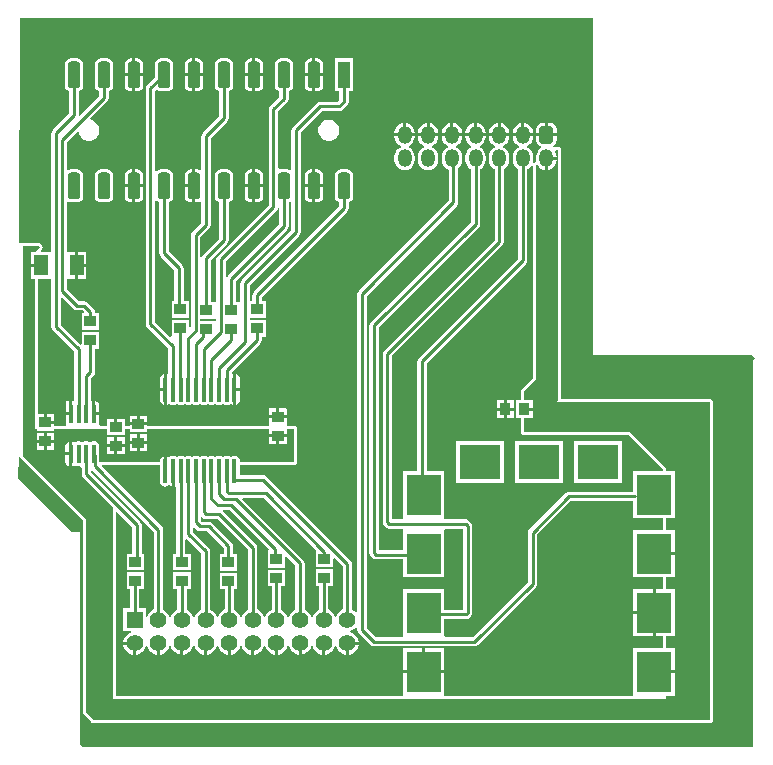
<source format=gbl>
G04*
G04 #@! TF.GenerationSoftware,Altium Limited,Altium Designer,23.5.1 (21)*
G04*
G04 Layer_Physical_Order=2*
G04 Layer_Color=16711680*
%FSLAX25Y25*%
%MOIN*%
G70*
G04*
G04 #@! TF.SameCoordinates,0408ED74-067C-4AB8-8F48-5870F71C2ECB*
G04*
G04*
G04 #@! TF.FilePolarity,Positive*
G04*
G01*
G75*
%ADD10C,0.01000*%
%ADD11O,0.04724X0.05906*%
G04:AMPARAMS|DCode=12|XSize=59.06mil|YSize=47.24mil|CornerRadius=11.81mil|HoleSize=0mil|Usage=FLASHONLY|Rotation=90.000|XOffset=0mil|YOffset=0mil|HoleType=Round|Shape=RoundedRectangle|*
%AMROUNDEDRECTD12*
21,1,0.05906,0.02362,0,0,90.0*
21,1,0.03543,0.04724,0,0,90.0*
1,1,0.02362,0.01181,0.01772*
1,1,0.02362,0.01181,-0.01772*
1,1,0.02362,-0.01181,-0.01772*
1,1,0.02362,-0.01181,0.01772*
%
%ADD12ROUNDEDRECTD12*%
%ADD13C,0.05512*%
%ADD14R,0.05512X0.05512*%
%ADD15C,0.05000*%
G04:AMPARAMS|DCode=16|XSize=90mil|YSize=40mil|CornerRadius=10mil|HoleSize=0mil|Usage=FLASHONLY|Rotation=90.000|XOffset=0mil|YOffset=0mil|HoleType=Round|Shape=RoundedRectangle|*
%AMROUNDEDRECTD16*
21,1,0.09000,0.02000,0,0,90.0*
21,1,0.07000,0.04000,0,0,90.0*
1,1,0.02000,0.01000,0.03500*
1,1,0.02000,0.01000,-0.03500*
1,1,0.02000,-0.01000,-0.03500*
1,1,0.02000,-0.01000,0.03500*
%
%ADD16ROUNDEDRECTD16*%
%ADD17R,0.04000X0.09000*%
%ADD18R,0.03937X0.03543*%
%ADD19R,0.01575X0.06299*%
G04:AMPARAMS|DCode=20|XSize=62.99mil|YSize=15.75mil|CornerRadius=3.94mil|HoleSize=0mil|Usage=FLASHONLY|Rotation=270.000|XOffset=0mil|YOffset=0mil|HoleType=Round|Shape=RoundedRectangle|*
%AMROUNDEDRECTD20*
21,1,0.06299,0.00787,0,0,270.0*
21,1,0.05512,0.01575,0,0,270.0*
1,1,0.00787,-0.00394,-0.02756*
1,1,0.00787,-0.00394,0.02756*
1,1,0.00787,0.00394,0.02756*
1,1,0.00787,0.00394,-0.02756*
%
%ADD20ROUNDEDRECTD20*%
%ADD21R,0.03543X0.03937*%
%ADD22R,0.04528X0.07087*%
%ADD23R,0.11811X0.13780*%
%ADD24R,0.13780X0.11811*%
%ADD25O,0.01575X0.08268*%
G36*
X193840Y247840D02*
X194000Y247773D01*
Y135500D01*
X247000D01*
X248000Y134500D01*
X247500Y134000D01*
Y5000D01*
X24000D01*
X23000Y6000D01*
Y76500D01*
X20500D01*
X2500Y94500D01*
X2532Y101691D01*
X3032Y101739D01*
X3058Y101610D01*
X3279Y101279D01*
X5279Y99279D01*
X23980Y80578D01*
Y16500D01*
X24058Y16110D01*
X24279Y15779D01*
X26779Y13279D01*
X27110Y13058D01*
X27500Y12980D01*
X233000D01*
X233390Y13058D01*
X233721Y13279D01*
X233942Y13610D01*
X234020Y14000D01*
Y120000D01*
X233942Y120390D01*
X233721Y120721D01*
X233390Y120942D01*
X233000Y121020D01*
X183520D01*
Y204000D01*
X183442Y204390D01*
X183221Y204721D01*
X182890Y204942D01*
X182500Y205020D01*
X181545D01*
X181382Y204987D01*
X181218Y204965D01*
X181188Y204949D01*
X181155Y204942D01*
X181017Y204850D01*
X180873Y204767D01*
X180692Y204861D01*
X180784Y205358D01*
X181242Y205664D01*
X181724Y206385D01*
X181893Y207236D01*
Y208508D01*
X178488D01*
X175083D01*
Y207236D01*
X175252Y206385D01*
X175735Y205664D01*
X176456Y205182D01*
X176649Y205143D01*
X176737Y204850D01*
X176734Y204616D01*
X176090Y204122D01*
X175551Y203420D01*
X175213Y202602D01*
X175097Y201724D01*
Y200543D01*
X175175Y199947D01*
X174801Y199872D01*
X174708Y199834D01*
X174610Y199814D01*
X174526Y199758D01*
X174434Y199720D01*
X174396Y199683D01*
X174328Y199690D01*
X173940Y200049D01*
X174005Y200543D01*
Y201724D01*
X173890Y202602D01*
X173551Y203420D01*
X173012Y204122D01*
X172310Y204661D01*
X171974Y204800D01*
Y205342D01*
X172310Y205481D01*
X173012Y206019D01*
X173551Y206722D01*
X173890Y207540D01*
X174005Y208417D01*
Y208508D01*
X170614D01*
X167223D01*
Y208417D01*
X167339Y207540D01*
X167677Y206722D01*
X168216Y206019D01*
X168919Y205481D01*
X169254Y205342D01*
Y204800D01*
X168919Y204661D01*
X168216Y204122D01*
X167677Y203420D01*
X167339Y202602D01*
X167223Y201724D01*
Y200543D01*
X167339Y199666D01*
X167677Y198848D01*
X168216Y198145D01*
X168919Y197606D01*
X169085Y197538D01*
Y167748D01*
X135919Y134581D01*
X135587Y134085D01*
X135471Y133500D01*
Y96917D01*
X130709D01*
Y81262D01*
X130709Y81138D01*
X130410Y80762D01*
X127022D01*
Y135359D01*
X163822Y172159D01*
X164153Y172655D01*
X164270Y173240D01*
Y197538D01*
X164436Y197606D01*
X165138Y198145D01*
X165677Y198848D01*
X166016Y199666D01*
X166131Y200543D01*
Y201724D01*
X166016Y202602D01*
X165677Y203420D01*
X165138Y204122D01*
X164436Y204661D01*
X164100Y204800D01*
X164100Y205342D01*
X164436Y205481D01*
X165138Y206019D01*
X165677Y206722D01*
X166016Y207540D01*
X166131Y208417D01*
Y208508D01*
X162740D01*
X159349D01*
Y208417D01*
X159465Y207540D01*
X159803Y206722D01*
X160342Y206019D01*
X161045Y205481D01*
X161380Y205342D01*
X161380Y204800D01*
X161045Y204661D01*
X160342Y204122D01*
X159803Y203420D01*
X159465Y202602D01*
X159349Y201724D01*
Y200543D01*
X159465Y199666D01*
X159803Y198848D01*
X160342Y198145D01*
X161045Y197606D01*
X161211Y197538D01*
Y173874D01*
X124411Y137074D01*
X124080Y136578D01*
X123963Y135993D01*
Y79818D01*
X124080Y79233D01*
X124411Y78737D01*
X124997Y78151D01*
X125493Y77819D01*
X126079Y77703D01*
X130638D01*
X130709Y77232D01*
X130709Y77203D01*
Y70529D01*
X122529D01*
Y144834D01*
X155948Y178252D01*
X156279Y178748D01*
X156395Y179334D01*
Y197538D01*
X156562Y197606D01*
X157264Y198145D01*
X157803Y198848D01*
X158142Y199666D01*
X158257Y200543D01*
Y201724D01*
X158142Y202602D01*
X157803Y203420D01*
X157264Y204122D01*
X156562Y204661D01*
X156226Y204800D01*
X156226Y205342D01*
X156562Y205481D01*
X157264Y206019D01*
X157803Y206722D01*
X158142Y207540D01*
X158257Y208417D01*
Y208508D01*
X154866D01*
X151475D01*
Y208417D01*
X151591Y207540D01*
X151929Y206722D01*
X152468Y206019D01*
X153171Y205481D01*
X153506Y205342D01*
X153506Y204800D01*
X153171Y204661D01*
X152468Y204122D01*
X151929Y203420D01*
X151591Y202602D01*
X151475Y201724D01*
Y200543D01*
X151591Y199666D01*
X151929Y198848D01*
X152468Y198145D01*
X153171Y197606D01*
X153337Y197538D01*
Y179967D01*
X119919Y146549D01*
X119587Y146053D01*
X119471Y145467D01*
Y69586D01*
X119587Y69001D01*
X119919Y68504D01*
X120504Y67919D01*
X121001Y67587D01*
X121586Y67471D01*
X130709D01*
Y61453D01*
X144520D01*
Y77203D01*
X144520Y77232D01*
X144591Y77703D01*
X150756D01*
Y50687D01*
X144520D01*
Y57547D01*
X130709D01*
Y42029D01*
X130709Y41768D01*
X130307Y41529D01*
X121634D01*
X118529Y44633D01*
Y155367D01*
X148581Y185419D01*
X148913Y185915D01*
X149029Y186500D01*
Y197869D01*
X149390Y198145D01*
X149929Y198848D01*
X150268Y199666D01*
X150383Y200543D01*
Y201724D01*
X150268Y202602D01*
X149929Y203420D01*
X149390Y204122D01*
X148688Y204661D01*
X148352Y204800D01*
X148352Y205342D01*
X148688Y205481D01*
X149390Y206019D01*
X149929Y206722D01*
X150268Y207540D01*
X150383Y208417D01*
Y208508D01*
X146992D01*
X143601D01*
Y208417D01*
X143717Y207540D01*
X144055Y206722D01*
X144594Y206019D01*
X145297Y205481D01*
X145632Y205342D01*
X145632Y204800D01*
X145297Y204661D01*
X144594Y204122D01*
X144055Y203420D01*
X143717Y202602D01*
X143601Y201724D01*
Y200543D01*
X143717Y199666D01*
X144055Y198848D01*
X144594Y198145D01*
X145297Y197606D01*
X145971Y197327D01*
Y187134D01*
X115919Y157081D01*
X115587Y156585D01*
X115471Y156000D01*
Y50044D01*
X114971Y49837D01*
X114428Y50380D01*
X113651Y50828D01*
Y65889D01*
X113535Y66474D01*
X113204Y66970D01*
X85022Y95152D01*
X84526Y95484D01*
X83940Y95600D01*
X76338D01*
Y98921D01*
X94441D01*
X94831Y98999D01*
X95162Y99220D01*
X95221Y99279D01*
X95442Y99610D01*
X95520Y100000D01*
Y111000D01*
X95442Y111390D01*
X95221Y111721D01*
X94890Y111942D01*
X94500Y112020D01*
X92382D01*
X91969Y112228D01*
X91969Y112520D01*
Y114500D01*
X89000D01*
X86032D01*
Y112520D01*
X86032Y112228D01*
X85618Y112020D01*
X45469D01*
Y112150D01*
X42500D01*
X39531D01*
Y112020D01*
X37969D01*
Y114421D01*
X35500D01*
Y111650D01*
X34500D01*
Y114421D01*
X32032D01*
Y112020D01*
X29530D01*
X29263Y112520D01*
X29384Y112700D01*
X29492Y113244D01*
Y115500D01*
X27677D01*
Y116000D01*
X27177D01*
Y120156D01*
X27029Y120126D01*
X26529Y120484D01*
Y127866D01*
X27581Y128919D01*
X27913Y129415D01*
X28029Y130000D01*
Y137728D01*
X29469D01*
Y143272D01*
X23531D01*
Y139285D01*
X23070Y139093D01*
X16529Y145633D01*
Y154654D01*
X16991Y154846D01*
X20919Y150919D01*
X21415Y150587D01*
X22000Y150471D01*
X23866D01*
X24304Y150033D01*
X24113Y149571D01*
X23531D01*
Y144028D01*
X29469D01*
Y149571D01*
X28029D01*
Y150000D01*
X27913Y150585D01*
X27581Y151081D01*
X25581Y153081D01*
X25085Y153413D01*
X24500Y153529D01*
X22634D01*
X18529Y157633D01*
Y160503D01*
X18642Y160957D01*
X19029Y160957D01*
X21406D01*
Y165500D01*
Y170043D01*
X18642Y170043D01*
X18529Y170497D01*
Y186476D01*
X19029Y186743D01*
X19220Y186616D01*
X20000Y186461D01*
X22000D01*
X22780Y186616D01*
X23442Y187058D01*
X23884Y187720D01*
X24039Y188500D01*
Y195500D01*
X23884Y196280D01*
X23442Y196942D01*
X22780Y197384D01*
X22000Y197539D01*
X20000D01*
X19220Y197384D01*
X19029Y197257D01*
X18529Y197524D01*
Y206523D01*
X22032Y210026D01*
X22553Y209840D01*
X22738Y209149D01*
X23199Y208351D01*
X23851Y207699D01*
X24649Y207239D01*
X25539Y207000D01*
X26461D01*
X27351Y207239D01*
X28149Y207699D01*
X28801Y208351D01*
X29261Y209149D01*
X29500Y210039D01*
Y210961D01*
X29261Y211851D01*
X28801Y212649D01*
X28149Y213301D01*
X27351Y213761D01*
X26660Y213947D01*
X26474Y214468D01*
X32081Y220075D01*
X32413Y220572D01*
X32529Y221157D01*
Y223566D01*
X32780Y223616D01*
X33442Y224058D01*
X33884Y224720D01*
X34039Y225500D01*
Y232500D01*
X33884Y233280D01*
X33442Y233942D01*
X32780Y234384D01*
X32000Y234539D01*
X30000D01*
X29220Y234384D01*
X28558Y233942D01*
X28116Y233280D01*
X27961Y232500D01*
Y225500D01*
X28116Y224720D01*
X28558Y224058D01*
X29220Y223616D01*
X29471Y223566D01*
Y221790D01*
X23004Y215324D01*
X22661Y215451D01*
X22529Y215556D01*
Y223566D01*
X22780Y223616D01*
X23442Y224058D01*
X23884Y224720D01*
X24039Y225500D01*
Y232500D01*
X23884Y233280D01*
X23442Y233942D01*
X22780Y234384D01*
X22000Y234539D01*
X20000D01*
X19220Y234384D01*
X18558Y233942D01*
X18116Y233280D01*
X17961Y232500D01*
Y225500D01*
X18116Y224720D01*
X18558Y224058D01*
X19220Y223616D01*
X19471Y223566D01*
Y216133D01*
X13919Y210581D01*
X13587Y210085D01*
X13471Y209500D01*
Y170497D01*
X13358Y170043D01*
X10138D01*
X9947Y170505D01*
X10259Y170817D01*
X10480Y171148D01*
X10558Y171538D01*
X10480Y171928D01*
X10289Y172390D01*
X10289Y172390D01*
X10068Y172721D01*
X9737Y172942D01*
X9347Y173020D01*
X4000D01*
X3610Y172942D01*
X3349Y172768D01*
X3068Y172848D01*
X2850Y172979D01*
X3185Y247840D01*
X193840D01*
D02*
G37*
G36*
X182500Y120500D02*
X182000Y120000D01*
X233000D01*
Y14000D01*
X27500D01*
X25000Y16500D01*
Y81000D01*
X6000Y100000D01*
D01*
X4000Y102000D01*
Y172000D01*
X9347D01*
X9538Y171538D01*
X8043Y170043D01*
X6831D01*
Y166000D01*
X10095D01*
Y165000D01*
X6831D01*
Y160957D01*
X8000D01*
Y111000D01*
X8531D01*
Y110378D01*
X14469D01*
Y111000D01*
X32032D01*
Y108878D01*
X37969D01*
Y111000D01*
X39531D01*
Y109878D01*
X45469D01*
Y111000D01*
X86032D01*
Y109201D01*
X89000D01*
X91969D01*
Y111000D01*
X94500D01*
Y100000D01*
X94441Y99941D01*
X76338D01*
Y100264D01*
X76200Y100961D01*
X75804Y101552D01*
X75213Y101947D01*
X74516Y102086D01*
X73818Y101947D01*
X73236Y101558D01*
X72654Y101947D01*
X71957Y102086D01*
X71259Y101947D01*
X70677Y101558D01*
X70095Y101947D01*
X69398Y102086D01*
X68700Y101947D01*
X68118Y101558D01*
X67536Y101947D01*
X66839Y102086D01*
X66141Y101947D01*
X65559Y101558D01*
X64977Y101947D01*
X64280Y102086D01*
X63582Y101947D01*
X63000Y101558D01*
X62418Y101947D01*
X61721Y102086D01*
X61023Y101947D01*
X60441Y101558D01*
X59859Y101947D01*
X59161Y102086D01*
X58464Y101947D01*
X57882Y101558D01*
X57300Y101947D01*
X56602Y102086D01*
X55905Y101947D01*
X55323Y101558D01*
X54741Y101947D01*
X54043Y102086D01*
X53346Y101947D01*
X52764Y101558D01*
X52182Y101947D01*
X51984Y101987D01*
Y96917D01*
X50984D01*
Y101987D01*
X50787Y101947D01*
X50196Y101552D01*
X49801Y100961D01*
X49662Y100264D01*
Y99941D01*
X29494D01*
Y102327D01*
X29492Y102337D01*
Y105370D01*
X29384Y105914D01*
X29076Y106375D01*
X28615Y106683D01*
X28071Y106791D01*
X27283D01*
X26740Y106683D01*
X26398Y106454D01*
X26056Y106683D01*
X25512Y106791D01*
X24724D01*
X24181Y106683D01*
X23839Y106454D01*
X23496Y106683D01*
X22953Y106791D01*
X22165D01*
X21622Y106683D01*
X21280Y106454D01*
X20937Y106683D01*
X20500Y106770D01*
Y102614D01*
Y98458D01*
X20937Y98545D01*
X21280Y98774D01*
X21622Y98545D01*
X22165Y98437D01*
X22953D01*
X23089Y98464D01*
X23589Y98054D01*
Y95882D01*
X23705Y95297D01*
X24037Y94800D01*
X34000Y84837D01*
Y21000D01*
X218500D01*
Y22083D01*
X221291D01*
Y29472D01*
X214386D01*
Y30472D01*
X221291D01*
Y37862D01*
X218500D01*
Y41768D01*
X221291D01*
Y57547D01*
X218500D01*
Y61453D01*
X221291D01*
Y68843D01*
X214386D01*
Y69842D01*
X221291D01*
Y77232D01*
X218500D01*
Y81138D01*
X221291D01*
Y96917D01*
X218500D01*
Y98000D01*
X206500Y110000D01*
X171000D01*
Y114532D01*
X173921D01*
Y117000D01*
X171150D01*
Y118000D01*
X173921D01*
Y120468D01*
X171000D01*
Y123500D01*
X175000Y127500D01*
Y197500D01*
Y198872D01*
X175500Y198972D01*
X175551Y198848D01*
X176090Y198145D01*
X176793Y197606D01*
X177611Y197268D01*
X177988Y197218D01*
Y201134D01*
X178488D01*
Y201634D01*
X181879D01*
Y201724D01*
X181764Y202602D01*
X181425Y203420D01*
X181324Y203552D01*
X181545Y204000D01*
X182500D01*
Y120500D01*
D02*
G37*
G36*
X13358Y160957D02*
X13471Y160503D01*
Y145000D01*
X13587Y144415D01*
X13919Y143919D01*
X21030Y136807D01*
Y120150D01*
X20500D01*
Y116000D01*
X20000D01*
Y115500D01*
X18213D01*
Y112020D01*
X14469D01*
Y112650D01*
X11500D01*
Y113150D01*
X11000D01*
Y115921D01*
X9020D01*
Y160957D01*
X13358D01*
D02*
G37*
G36*
X47600Y76737D02*
Y50828D01*
X46824Y50380D01*
X46124Y49680D01*
X45630Y48824D01*
X45512Y48383D01*
X45012Y48449D01*
Y51130D01*
X42785D01*
Y57579D01*
X44469D01*
Y63122D01*
X38532D01*
Y57579D01*
X39726D01*
Y51130D01*
X37500D01*
Y43618D01*
X40181D01*
X40247Y43118D01*
X39806Y43000D01*
X38950Y42505D01*
X38250Y41806D01*
X37756Y40950D01*
X37501Y40000D01*
X41256D01*
Y39500D01*
X41756D01*
Y35746D01*
X42706Y36000D01*
X43562Y36494D01*
X44261Y37194D01*
X44756Y38050D01*
X44934Y38715D01*
X45452D01*
X45630Y38050D01*
X46124Y37194D01*
X46824Y36494D01*
X47680Y36000D01*
X48630Y35746D01*
Y39500D01*
X49630D01*
Y35746D01*
X50580Y36000D01*
X51436Y36494D01*
X52135Y37194D01*
X52630Y38050D01*
X52808Y38715D01*
X53326D01*
X53504Y38050D01*
X53999Y37194D01*
X54698Y36494D01*
X55554Y36000D01*
X56504Y35746D01*
Y39500D01*
X57504D01*
Y35746D01*
X58454Y36000D01*
X59310Y36494D01*
X60009Y37194D01*
X60504Y38050D01*
X60682Y38715D01*
X61200D01*
X61378Y38050D01*
X61873Y37194D01*
X62572Y36494D01*
X63428Y36000D01*
X64378Y35746D01*
Y39500D01*
X65378D01*
Y35746D01*
X66328Y36000D01*
X67184Y36494D01*
X67883Y37194D01*
X68378Y38050D01*
X68556Y38715D01*
X69074D01*
X69252Y38050D01*
X69747Y37194D01*
X70446Y36494D01*
X71302Y36000D01*
X72252Y35746D01*
Y39500D01*
X73252D01*
Y35746D01*
X74202Y36000D01*
X75058Y36494D01*
X75757Y37194D01*
X76252Y38050D01*
X76430Y38715D01*
X76948D01*
X77126Y38050D01*
X77621Y37194D01*
X78320Y36494D01*
X79176Y36000D01*
X80126Y35746D01*
Y39500D01*
X81126D01*
Y35746D01*
X82076Y36000D01*
X82932Y36494D01*
X83631Y37194D01*
X84126Y38050D01*
X84304Y38715D01*
X84822D01*
X85000Y38050D01*
X85495Y37194D01*
X86194Y36494D01*
X87050Y36000D01*
X88000Y35746D01*
Y39500D01*
X89000D01*
Y35746D01*
X89950Y36000D01*
X90806Y36494D01*
X91505Y37194D01*
X92000Y38050D01*
X92178Y38715D01*
X92696D01*
X92874Y38050D01*
X93369Y37194D01*
X94068Y36494D01*
X94924Y36000D01*
X95874Y35746D01*
Y39500D01*
X96874D01*
Y35746D01*
X97824Y36000D01*
X98680Y36494D01*
X99379Y37194D01*
X99874Y38050D01*
X100052Y38715D01*
X100570D01*
X100748Y38050D01*
X101243Y37194D01*
X101942Y36494D01*
X102798Y36000D01*
X103748Y35746D01*
Y39500D01*
X104748D01*
Y35746D01*
X105698Y36000D01*
X106554Y36494D01*
X107254Y37194D01*
X107748Y38050D01*
X107926Y38715D01*
X108444D01*
X108622Y38050D01*
X109117Y37194D01*
X109816Y36494D01*
X110672Y36000D01*
X111622Y35746D01*
Y39500D01*
X112122D01*
Y40000D01*
X115876D01*
X115622Y40950D01*
X115128Y41806D01*
X114428Y42505D01*
X113572Y43000D01*
X112907Y43178D01*
Y43696D01*
X113572Y43874D01*
X114428Y44368D01*
X114971Y44911D01*
X115471Y44704D01*
Y44000D01*
X115587Y43415D01*
X115919Y42919D01*
X119919Y38919D01*
X120415Y38587D01*
X121000Y38471D01*
X154500D01*
X155085Y38587D01*
X155581Y38919D01*
X174953Y58291D01*
X175285Y58787D01*
X175401Y59372D01*
Y75762D01*
X186637Y86998D01*
X207480D01*
Y81138D01*
X217480D01*
Y77232D01*
X207480D01*
Y61453D01*
X217480D01*
Y57547D01*
X214886D01*
Y49657D01*
Y41768D01*
X217480D01*
Y37862D01*
X207480D01*
Y22083D01*
X207006Y22020D01*
X144994D01*
X144520Y22083D01*
X144520Y22520D01*
Y29472D01*
X130709D01*
Y22520D01*
X130709Y22083D01*
X130235Y22020D01*
X35020D01*
Y83164D01*
X35482Y83356D01*
X40471Y78367D01*
Y69421D01*
X38532D01*
Y63878D01*
X44469D01*
Y69421D01*
X43529D01*
Y79000D01*
X43413Y79585D01*
X43081Y80081D01*
X26647Y96515D01*
Y96983D01*
X27147Y97190D01*
X47600Y76737D01*
D02*
G37*
G36*
X64004Y81419D02*
X64500Y81087D01*
X65086Y80971D01*
X68866D01*
X79097Y70740D01*
Y50828D01*
X78320Y50380D01*
X77621Y49680D01*
X77126Y48824D01*
X76948Y48158D01*
X76430D01*
X76252Y48824D01*
X75757Y49680D01*
X75058Y50380D01*
X74281Y50828D01*
Y57429D01*
X75468D01*
Y62972D01*
X69532D01*
Y57429D01*
X71223D01*
Y50828D01*
X70446Y50380D01*
X69747Y49680D01*
X69252Y48824D01*
X69074Y48158D01*
X68556D01*
X68378Y48824D01*
X67883Y49680D01*
X67184Y50380D01*
X66407Y50828D01*
Y70122D01*
X66291Y70707D01*
X65959Y71204D01*
X60691Y76472D01*
Y77993D01*
X61153Y78184D01*
X61919Y77419D01*
X62415Y77087D01*
X63000Y76971D01*
X65367D01*
X70971Y71367D01*
Y69272D01*
X69532D01*
Y63728D01*
X75468D01*
Y69272D01*
X74029D01*
Y72000D01*
X73913Y72585D01*
X73581Y73081D01*
X67081Y79581D01*
X66585Y79913D01*
X66000Y80029D01*
X63634D01*
X63250Y80413D01*
Y81520D01*
X63712Y81711D01*
X64004Y81419D01*
D02*
G37*
G36*
X49662Y93571D02*
X49801Y92874D01*
X50196Y92282D01*
X50787Y91887D01*
X51484Y91748D01*
X52182Y91887D01*
X52764Y92276D01*
X53346Y91887D01*
X53543Y91848D01*
Y96917D01*
X54543D01*
Y91848D01*
X54573Y91854D01*
X55073Y91554D01*
Y69421D01*
X54031D01*
Y63878D01*
X59969D01*
Y69421D01*
X58132D01*
Y74052D01*
X58594Y74243D01*
X63349Y69489D01*
Y50828D01*
X62572Y50380D01*
X61873Y49680D01*
X61378Y48824D01*
X61200Y48158D01*
X60682D01*
X60504Y48824D01*
X60009Y49680D01*
X59310Y50380D01*
X58533Y50828D01*
Y57579D01*
X59969D01*
Y63122D01*
X54031D01*
Y57579D01*
X55475D01*
Y50828D01*
X54698Y50380D01*
X53999Y49680D01*
X53504Y48824D01*
X53326Y48158D01*
X52808D01*
X52630Y48824D01*
X52135Y49680D01*
X51436Y50380D01*
X50659Y50828D01*
Y77370D01*
X50543Y77955D01*
X50211Y78452D01*
X30204Y98459D01*
X30395Y98921D01*
X49662D01*
Y93571D01*
D02*
G37*
G36*
X101644Y70693D02*
X101532Y70421D01*
X101532D01*
Y64878D01*
X107468D01*
Y67726D01*
X107930Y67918D01*
X110593Y65255D01*
Y50828D01*
X109816Y50380D01*
X109117Y49680D01*
X108622Y48824D01*
X108444Y48158D01*
X107926D01*
X107748Y48824D01*
X107254Y49680D01*
X106554Y50380D01*
X105777Y50828D01*
Y58579D01*
X107468D01*
Y64122D01*
X101532D01*
Y58579D01*
X102719D01*
Y50828D01*
X101942Y50380D01*
X101243Y49680D01*
X100748Y48824D01*
X100570Y48158D01*
X100052D01*
X99874Y48824D01*
X99379Y49680D01*
X98680Y50380D01*
X97903Y50828D01*
Y66126D01*
X97787Y66711D01*
X97456Y67207D01*
X77154Y87509D01*
X77346Y87971D01*
X84367D01*
X101644Y70693D01*
D02*
G37*
G36*
X86066Y70772D02*
X85858Y70272D01*
X85532D01*
Y64728D01*
X91469D01*
Y68215D01*
X91930Y68407D01*
X94845Y65492D01*
Y50828D01*
X94068Y50380D01*
X93369Y49680D01*
X92874Y48824D01*
X92696Y48158D01*
X92178D01*
X92000Y48824D01*
X91505Y49680D01*
X90806Y50380D01*
X90029Y50828D01*
Y58429D01*
X91469D01*
Y63972D01*
X85532D01*
Y58429D01*
X86971D01*
Y50828D01*
X86194Y50380D01*
X85495Y49680D01*
X85000Y48824D01*
X84822Y48158D01*
X84304D01*
X84126Y48824D01*
X83631Y49680D01*
X82932Y50380D01*
X82155Y50828D01*
Y71374D01*
X82039Y71959D01*
X81707Y72456D01*
X70692Y83471D01*
X70829Y83908D01*
X70877Y83971D01*
X72866D01*
X86066Y70772D01*
D02*
G37*
G36*
X173858Y198687D02*
X173980Y198624D01*
Y197500D01*
Y127922D01*
X170279Y124221D01*
X170058Y123890D01*
X169980Y123500D01*
Y120468D01*
X168378D01*
Y114532D01*
X169980D01*
Y110000D01*
X170058Y109610D01*
X170279Y109279D01*
X170610Y109058D01*
X171000Y108980D01*
X206078D01*
X217480Y97578D01*
Y96917D01*
X207480D01*
Y90057D01*
X186004D01*
X185419Y89941D01*
X184923Y89609D01*
X172791Y77477D01*
X172459Y76981D01*
X172343Y76396D01*
Y60005D01*
X153867Y41529D01*
X144921D01*
X144520Y41768D01*
X144520Y42029D01*
Y47628D01*
X151699D01*
X152285Y47745D01*
X152781Y48076D01*
X153367Y48662D01*
X153698Y49158D01*
X153815Y49743D01*
Y78646D01*
X153698Y79232D01*
X153367Y79728D01*
X152781Y80314D01*
X152285Y80645D01*
X151699Y80762D01*
X144819D01*
X144520Y81138D01*
X144520Y81262D01*
Y96917D01*
X138529D01*
Y132867D01*
X171696Y166033D01*
X172027Y166529D01*
X172144Y167114D01*
Y197538D01*
X172310Y197606D01*
X173012Y198145D01*
X173480Y198756D01*
X173858Y198687D01*
D02*
G37*
%LPC*%
G36*
X102000Y234539D02*
X101500D01*
Y229500D01*
X104039D01*
Y232500D01*
X103884Y233280D01*
X103442Y233942D01*
X102780Y234384D01*
X102000Y234539D01*
D02*
G37*
G36*
X82000D02*
X81500D01*
Y229500D01*
X84039D01*
Y232500D01*
X83884Y233280D01*
X83442Y233942D01*
X82780Y234384D01*
X82000Y234539D01*
D02*
G37*
G36*
X62000D02*
X61500D01*
Y229500D01*
X64039D01*
Y232500D01*
X63884Y233280D01*
X63442Y233942D01*
X62780Y234384D01*
X62000Y234539D01*
D02*
G37*
G36*
X42000D02*
X41500D01*
Y229500D01*
X44039D01*
Y232500D01*
X43884Y233280D01*
X43442Y233942D01*
X42780Y234384D01*
X42000Y234539D01*
D02*
G37*
G36*
X100500D02*
X100000D01*
X99220Y234384D01*
X98558Y233942D01*
X98116Y233280D01*
X97961Y232500D01*
Y229500D01*
X100500D01*
Y234539D01*
D02*
G37*
G36*
X80500D02*
X80000D01*
X79220Y234384D01*
X78558Y233942D01*
X78116Y233280D01*
X77961Y232500D01*
Y229500D01*
X80500D01*
Y234539D01*
D02*
G37*
G36*
X60500D02*
X60000D01*
X59220Y234384D01*
X58558Y233942D01*
X58116Y233280D01*
X57961Y232500D01*
Y229500D01*
X60500D01*
Y234539D01*
D02*
G37*
G36*
X40500D02*
X40000D01*
X39220Y234384D01*
X38558Y233942D01*
X38116Y233280D01*
X37961Y232500D01*
Y229500D01*
X40500D01*
Y234539D01*
D02*
G37*
G36*
X104039Y228500D02*
X101500D01*
Y223461D01*
X102000D01*
X102780Y223616D01*
X103442Y224058D01*
X103884Y224720D01*
X104039Y225500D01*
Y228500D01*
D02*
G37*
G36*
X100500D02*
X97961D01*
Y225500D01*
X98116Y224720D01*
X98558Y224058D01*
X99220Y223616D01*
X100000Y223461D01*
X100500D01*
Y228500D01*
D02*
G37*
G36*
X84039D02*
X81500D01*
Y223461D01*
X82000D01*
X82780Y223616D01*
X83442Y224058D01*
X83884Y224720D01*
X84039Y225500D01*
Y228500D01*
D02*
G37*
G36*
X80500D02*
X77961D01*
Y225500D01*
X78116Y224720D01*
X78558Y224058D01*
X79220Y223616D01*
X80000Y223461D01*
X80500D01*
Y228500D01*
D02*
G37*
G36*
X64039D02*
X61500D01*
Y223461D01*
X62000D01*
X62780Y223616D01*
X63442Y224058D01*
X63884Y224720D01*
X64039Y225500D01*
Y228500D01*
D02*
G37*
G36*
X60500D02*
X57961D01*
Y225500D01*
X58116Y224720D01*
X58558Y224058D01*
X59220Y223616D01*
X60000Y223461D01*
X60500D01*
Y228500D01*
D02*
G37*
G36*
X44039D02*
X41500D01*
Y223461D01*
X42000D01*
X42780Y223616D01*
X43442Y224058D01*
X43884Y224720D01*
X44039Y225500D01*
Y228500D01*
D02*
G37*
G36*
X40500D02*
X37961D01*
Y225500D01*
X38116Y224720D01*
X38558Y224058D01*
X39220Y223616D01*
X40000Y223461D01*
X40500D01*
Y228500D01*
D02*
G37*
G36*
X131744Y212924D02*
Y209508D01*
X134635D01*
Y209598D01*
X134520Y210476D01*
X134181Y211294D01*
X133642Y211996D01*
X132940Y212535D01*
X132122Y212874D01*
X131744Y212924D01*
D02*
G37*
G36*
X171114Y212924D02*
Y209508D01*
X174005D01*
Y209598D01*
X173890Y210476D01*
X173551Y211294D01*
X173012Y211996D01*
X172310Y212535D01*
X171492Y212874D01*
X171114Y212924D01*
D02*
G37*
G36*
X170114Y212924D02*
X169737Y212874D01*
X168919Y212535D01*
X168216Y211996D01*
X167677Y211294D01*
X167339Y210476D01*
X167223Y209598D01*
Y209508D01*
X170114D01*
Y212924D01*
D02*
G37*
G36*
X130744D02*
X130366Y212874D01*
X129549Y212535D01*
X128846Y211996D01*
X128307Y211294D01*
X127968Y210476D01*
X127853Y209598D01*
Y209508D01*
X130744D01*
Y212924D01*
D02*
G37*
G36*
X163240Y212924D02*
Y209508D01*
X166131D01*
Y209598D01*
X166016Y210476D01*
X165677Y211294D01*
X165138Y211996D01*
X164436Y212535D01*
X163618Y212874D01*
X163240Y212924D01*
D02*
G37*
G36*
X155366D02*
Y209508D01*
X158257D01*
Y209598D01*
X158142Y210476D01*
X157803Y211294D01*
X157264Y211996D01*
X156562Y212535D01*
X155744Y212874D01*
X155366Y212924D01*
D02*
G37*
G36*
X147492D02*
Y209508D01*
X150383D01*
Y209598D01*
X150268Y210476D01*
X149929Y211294D01*
X149390Y211996D01*
X148688Y212535D01*
X147870Y212874D01*
X147492Y212924D01*
D02*
G37*
G36*
X162240Y212924D02*
X161862Y212874D01*
X161045Y212535D01*
X160342Y211996D01*
X159803Y211294D01*
X159465Y210476D01*
X159349Y209598D01*
Y209508D01*
X162240D01*
Y212924D01*
D02*
G37*
G36*
X154366D02*
X153988Y212874D01*
X153171Y212535D01*
X152468Y211996D01*
X151929Y211294D01*
X151591Y210476D01*
X151475Y209598D01*
Y209508D01*
X154366D01*
Y212924D01*
D02*
G37*
G36*
X146492D02*
X146114Y212874D01*
X145297Y212535D01*
X144594Y211996D01*
X144055Y211294D01*
X143717Y210476D01*
X143601Y209598D01*
Y209508D01*
X146492D01*
Y212924D01*
D02*
G37*
G36*
X139618Y212924D02*
Y209508D01*
X142509D01*
Y209598D01*
X142394Y210476D01*
X142055Y211294D01*
X141516Y211996D01*
X140814Y212535D01*
X139996Y212874D01*
X139618Y212924D01*
D02*
G37*
G36*
X179669Y213003D02*
X178988D01*
Y209508D01*
X181893D01*
Y210780D01*
X181724Y211631D01*
X181242Y212352D01*
X180520Y212834D01*
X179669Y213003D01*
D02*
G37*
G36*
X138618Y212924D02*
X138240Y212874D01*
X137423Y212535D01*
X136720Y211996D01*
X136181Y211294D01*
X135843Y210476D01*
X135727Y209598D01*
Y209508D01*
X138618D01*
Y212924D01*
D02*
G37*
G36*
X177988Y213003D02*
X177307D01*
X176456Y212834D01*
X175735Y212352D01*
X175252Y211631D01*
X175083Y210780D01*
Y209508D01*
X177988D01*
Y213003D01*
D02*
G37*
G36*
X106461Y214000D02*
X105539D01*
X104649Y213761D01*
X103851Y213301D01*
X103199Y212649D01*
X102738Y211851D01*
X102500Y210961D01*
Y210039D01*
X102738Y209149D01*
X103199Y208351D01*
X103851Y207699D01*
X104649Y207239D01*
X105539Y207000D01*
X106461D01*
X107351Y207239D01*
X108149Y207699D01*
X108801Y208351D01*
X109262Y209149D01*
X109500Y210039D01*
Y210961D01*
X109262Y211851D01*
X108801Y212649D01*
X108149Y213301D01*
X107351Y213761D01*
X106461Y214000D01*
D02*
G37*
G36*
X142509Y208508D02*
X139118D01*
X135727D01*
Y208417D01*
X135843Y207540D01*
X136181Y206722D01*
X136720Y206019D01*
X137423Y205481D01*
X137758Y205342D01*
X137758Y204800D01*
X137423Y204661D01*
X136720Y204122D01*
X136181Y203420D01*
X135843Y202602D01*
X135727Y201724D01*
Y200543D01*
X135843Y199666D01*
X136181Y198848D01*
X136720Y198145D01*
X137423Y197606D01*
X138240Y197268D01*
X139118Y197152D01*
X139996Y197268D01*
X140814Y197606D01*
X141516Y198145D01*
X142055Y198848D01*
X142394Y199666D01*
X142509Y200543D01*
Y201724D01*
X142394Y202602D01*
X142055Y203420D01*
X141516Y204122D01*
X140814Y204661D01*
X140478Y204800D01*
X140478Y205342D01*
X140814Y205481D01*
X141516Y206019D01*
X142055Y206722D01*
X142394Y207540D01*
X142509Y208417D01*
Y208508D01*
D02*
G37*
G36*
X134635Y208508D02*
X131244D01*
X127853D01*
Y208417D01*
X127968Y207540D01*
X128307Y206722D01*
X128846Y206019D01*
X129549Y205481D01*
X129884Y205342D01*
Y204800D01*
X129549Y204661D01*
X128846Y204122D01*
X128307Y203420D01*
X127968Y202602D01*
X127853Y201724D01*
Y200543D01*
X127968Y199666D01*
X128307Y198848D01*
X128846Y198145D01*
X129549Y197606D01*
X130366Y197268D01*
X131244Y197152D01*
X132122Y197268D01*
X132940Y197606D01*
X133642Y198145D01*
X134181Y198848D01*
X134520Y199666D01*
X134635Y200543D01*
Y201724D01*
X134520Y202602D01*
X134181Y203420D01*
X133642Y204122D01*
X132940Y204661D01*
X132604Y204800D01*
Y205342D01*
X132940Y205481D01*
X133642Y206019D01*
X134181Y206722D01*
X134520Y207540D01*
X134635Y208417D01*
Y208508D01*
D02*
G37*
G36*
X102000Y197539D02*
X101500D01*
Y192500D01*
X104039D01*
Y195500D01*
X103884Y196280D01*
X103442Y196942D01*
X102780Y197384D01*
X102000Y197539D01*
D02*
G37*
G36*
X82000D02*
X81500D01*
Y192500D01*
X84039D01*
Y195500D01*
X83884Y196280D01*
X83442Y196942D01*
X82780Y197384D01*
X82000Y197539D01*
D02*
G37*
G36*
X42000D02*
X41500D01*
Y192500D01*
X44039D01*
Y195500D01*
X43884Y196280D01*
X43442Y196942D01*
X42780Y197384D01*
X42000Y197539D01*
D02*
G37*
G36*
X100500D02*
X100000D01*
X99220Y197384D01*
X98558Y196942D01*
X98116Y196280D01*
X97961Y195500D01*
Y192500D01*
X100500D01*
Y197539D01*
D02*
G37*
G36*
X80500D02*
X80000D01*
X79220Y197384D01*
X78558Y196942D01*
X78116Y196280D01*
X77961Y195500D01*
Y192500D01*
X80500D01*
Y197539D01*
D02*
G37*
G36*
X60500D02*
X60000D01*
X59220Y197384D01*
X58558Y196942D01*
X58116Y196280D01*
X57961Y195500D01*
Y192500D01*
X60500D01*
Y197539D01*
D02*
G37*
G36*
X40500D02*
X40000D01*
X39220Y197384D01*
X38558Y196942D01*
X38116Y196280D01*
X37961Y195500D01*
Y192500D01*
X40500D01*
Y197539D01*
D02*
G37*
G36*
X104039Y191500D02*
X101500D01*
Y186461D01*
X102000D01*
X102780Y186616D01*
X103442Y187058D01*
X103884Y187720D01*
X104039Y188500D01*
Y191500D01*
D02*
G37*
G36*
X100500D02*
X97961D01*
Y188500D01*
X98116Y187720D01*
X98558Y187058D01*
X99220Y186616D01*
X100000Y186461D01*
X100500D01*
Y191500D01*
D02*
G37*
G36*
X84039D02*
X81500D01*
Y186461D01*
X82000D01*
X82780Y186616D01*
X83442Y187058D01*
X83884Y187720D01*
X84039Y188500D01*
Y191500D01*
D02*
G37*
G36*
X80500D02*
X77961D01*
Y188500D01*
X78116Y187720D01*
X78558Y187058D01*
X79220Y186616D01*
X80000Y186461D01*
X80500D01*
Y191500D01*
D02*
G37*
G36*
X60500D02*
X57961D01*
Y188500D01*
X58116Y187720D01*
X58558Y187058D01*
X59220Y186616D01*
X60000Y186461D01*
X60500D01*
Y191500D01*
D02*
G37*
G36*
X44039D02*
X41500D01*
Y186461D01*
X42000D01*
X42780Y186616D01*
X43442Y187058D01*
X43884Y187720D01*
X44039Y188500D01*
Y191500D01*
D02*
G37*
G36*
X40500D02*
X37961D01*
Y188500D01*
X38116Y187720D01*
X38558Y187058D01*
X39220Y186616D01*
X40000Y186461D01*
X40500D01*
Y191500D01*
D02*
G37*
G36*
X32000Y197539D02*
X30000D01*
X29220Y197384D01*
X28558Y196942D01*
X28116Y196280D01*
X27961Y195500D01*
Y188500D01*
X28116Y187720D01*
X28558Y187058D01*
X29220Y186616D01*
X30000Y186461D01*
X32000D01*
X32780Y186616D01*
X33442Y187058D01*
X33884Y187720D01*
X34039Y188500D01*
Y195500D01*
X33884Y196280D01*
X33442Y196942D01*
X32780Y197384D01*
X32000Y197539D01*
D02*
G37*
G36*
X22406Y170043D02*
Y166000D01*
X25169D01*
Y170043D01*
X22406D01*
D02*
G37*
G36*
X25169Y165000D02*
X22406D01*
Y160957D01*
X25169D01*
Y165000D01*
D02*
G37*
G36*
X92000Y234539D02*
X90000D01*
X89220Y234384D01*
X88558Y233942D01*
X88116Y233280D01*
X87961Y232500D01*
Y225500D01*
X88116Y224720D01*
X88558Y224058D01*
X89220Y223616D01*
X89471Y223566D01*
Y221634D01*
X86419Y218581D01*
X86087Y218085D01*
X85971Y217500D01*
Y185634D01*
X68950Y168613D01*
X68619Y168117D01*
X68502Y167532D01*
Y144444D01*
X68468Y144422D01*
X67968Y144689D01*
Y146972D01*
X63061D01*
Y147728D01*
X67968D01*
Y153272D01*
X66529D01*
Y157983D01*
X66615Y158414D01*
X66529Y158845D01*
Y167136D01*
X72081Y172688D01*
X72413Y173184D01*
X72529Y173769D01*
Y186566D01*
X72780Y186616D01*
X73442Y187058D01*
X73884Y187720D01*
X74039Y188500D01*
Y195500D01*
X73884Y196280D01*
X73442Y196942D01*
X72780Y197384D01*
X72000Y197539D01*
X70000D01*
X69220Y197384D01*
X68558Y196942D01*
X68116Y196280D01*
X67961Y195500D01*
Y188500D01*
X68116Y187720D01*
X68558Y187058D01*
X69220Y186616D01*
X69471Y186566D01*
Y174402D01*
X63919Y168851D01*
X63587Y168354D01*
X63561Y168223D01*
X63061Y168272D01*
Y174898D01*
X66081Y177919D01*
X66413Y178415D01*
X66529Y179000D01*
Y207867D01*
X72081Y213419D01*
X72413Y213915D01*
X72529Y214500D01*
Y223566D01*
X72780Y223616D01*
X73442Y224058D01*
X73884Y224720D01*
X74039Y225500D01*
Y232500D01*
X73884Y233280D01*
X73442Y233942D01*
X72780Y234384D01*
X72000Y234539D01*
X70000D01*
X69220Y234384D01*
X68558Y233942D01*
X68116Y233280D01*
X67961Y232500D01*
Y225500D01*
X68116Y224720D01*
X68558Y224058D01*
X69220Y223616D01*
X69471Y223566D01*
Y215134D01*
X63919Y209581D01*
X63587Y209085D01*
X63471Y208500D01*
Y197524D01*
X62971Y197257D01*
X62780Y197384D01*
X62000Y197539D01*
X61500D01*
Y192000D01*
Y186461D01*
X62000D01*
X62780Y186616D01*
X62971Y186743D01*
X63471Y186476D01*
Y179633D01*
X60450Y176613D01*
X60119Y176117D01*
X60002Y175531D01*
Y144743D01*
X59969Y144721D01*
X59469Y144988D01*
Y147272D01*
X53531D01*
Y142218D01*
X53531Y142038D01*
X53101Y141660D01*
X52987Y141665D01*
X48029Y146622D01*
Y186949D01*
X48529Y187101D01*
X48558Y187058D01*
X49220Y186616D01*
X49471Y186566D01*
Y169500D01*
X49587Y168915D01*
X49919Y168419D01*
X54471Y163866D01*
Y153571D01*
X53531D01*
Y148028D01*
X59469D01*
Y153571D01*
X57529D01*
Y164500D01*
X57413Y165085D01*
X57081Y165581D01*
X52529Y170133D01*
Y186566D01*
X52780Y186616D01*
X53442Y187058D01*
X53884Y187720D01*
X54039Y188500D01*
Y195500D01*
X53884Y196280D01*
X53442Y196942D01*
X52780Y197384D01*
X52000Y197539D01*
X50000D01*
X49220Y197384D01*
X48558Y196942D01*
X48529Y196899D01*
X48029Y197051D01*
Y223683D01*
X48445Y224069D01*
X48558Y224058D01*
X49220Y223616D01*
X50000Y223461D01*
X52000D01*
X52780Y223616D01*
X53442Y224058D01*
X53884Y224720D01*
X54039Y225500D01*
Y232500D01*
X53884Y233280D01*
X53442Y233942D01*
X52780Y234384D01*
X52000Y234539D01*
X50000D01*
X49220Y234384D01*
X48558Y233942D01*
X48116Y233280D01*
X47961Y232500D01*
Y228124D01*
X45419Y225581D01*
X45087Y225085D01*
X44971Y224500D01*
Y145989D01*
X45087Y145404D01*
X45419Y144907D01*
X52514Y137812D01*
Y129446D01*
X52014Y129146D01*
X51984Y129152D01*
Y124083D01*
Y119013D01*
X52182Y119053D01*
X52764Y119441D01*
X53346Y119053D01*
X54043Y118914D01*
X54741Y119053D01*
X55323Y119441D01*
X55905Y119053D01*
X56602Y118914D01*
X57300Y119053D01*
X57882Y119441D01*
X58464Y119053D01*
X59161Y118914D01*
X59859Y119053D01*
X60441Y119441D01*
X61023Y119053D01*
X61721Y118914D01*
X62418Y119053D01*
X63000Y119441D01*
X63582Y119053D01*
X64280Y118914D01*
X64977Y119053D01*
X65559Y119441D01*
X66141Y119053D01*
X66839Y118914D01*
X67536Y119053D01*
X68118Y119441D01*
X68700Y119053D01*
X69398Y118914D01*
X70095Y119053D01*
X70677Y119441D01*
X71259Y119053D01*
X71957Y118914D01*
X72654Y119053D01*
X73236Y119441D01*
X73818Y119053D01*
X74016Y119013D01*
Y124083D01*
Y129158D01*
X73602Y129445D01*
X73565Y129902D01*
X83081Y139419D01*
X83413Y139915D01*
X83529Y140500D01*
Y141728D01*
X84969D01*
Y147272D01*
X79529D01*
Y148028D01*
X84969D01*
Y153571D01*
X83529D01*
Y154867D01*
X112081Y183419D01*
X112413Y183915D01*
X112529Y184500D01*
Y186566D01*
X112780Y186616D01*
X113442Y187058D01*
X113884Y187720D01*
X114039Y188500D01*
Y195500D01*
X113884Y196280D01*
X113442Y196942D01*
X112780Y197384D01*
X112000Y197539D01*
X110000D01*
X109220Y197384D01*
X108558Y196942D01*
X108116Y196280D01*
X107961Y195500D01*
Y188500D01*
X108116Y187720D01*
X108558Y187058D01*
X109220Y186616D01*
X109471Y186566D01*
Y185134D01*
X80919Y156581D01*
X80587Y156085D01*
X80471Y155500D01*
Y153571D01*
X79529D01*
Y158867D01*
X96081Y175419D01*
X96413Y175915D01*
X96529Y176500D01*
Y209866D01*
X103633Y216971D01*
X109500D01*
X110085Y217087D01*
X110581Y217419D01*
X112081Y218919D01*
X112413Y219415D01*
X112529Y220000D01*
Y223500D01*
X114000D01*
Y234500D01*
X108000D01*
Y223500D01*
X109471D01*
Y220634D01*
X108867Y220029D01*
X103000D01*
X102415Y219913D01*
X101919Y219581D01*
X93919Y211581D01*
X93587Y211085D01*
X93471Y210500D01*
Y197524D01*
X92971Y197257D01*
X92780Y197384D01*
X92000Y197539D01*
X90000D01*
X89529Y197446D01*
X89029Y197812D01*
Y216866D01*
X92081Y219919D01*
X92413Y220415D01*
X92529Y221000D01*
Y223566D01*
X92780Y223616D01*
X93442Y224058D01*
X93884Y224720D01*
X94039Y225500D01*
Y232500D01*
X93884Y233280D01*
X93442Y233942D01*
X92780Y234384D01*
X92000Y234539D01*
D02*
G37*
G36*
X75016Y129152D02*
Y124583D01*
X76338D01*
Y127429D01*
X76200Y128127D01*
X75804Y128718D01*
X75213Y129113D01*
X75016Y129152D01*
D02*
G37*
G36*
X50984Y129152D02*
X50787Y129113D01*
X50196Y128718D01*
X49801Y128127D01*
X49662Y127429D01*
Y124583D01*
X50984D01*
Y129152D01*
D02*
G37*
G36*
X76338Y123583D02*
X75016D01*
Y119013D01*
X75213Y119053D01*
X75804Y119448D01*
X76200Y120039D01*
X76338Y120736D01*
Y123583D01*
D02*
G37*
G36*
X50984D02*
X49662D01*
Y120736D01*
X49801Y120039D01*
X50196Y119448D01*
X50787Y119053D01*
X50984Y119013D01*
Y123583D01*
D02*
G37*
G36*
X28177Y120156D02*
Y116500D01*
X29492D01*
Y118756D01*
X29384Y119300D01*
X29076Y119761D01*
X28615Y120069D01*
X28177Y120156D01*
D02*
G37*
G36*
X91969Y117772D02*
X89500D01*
Y115500D01*
X91969D01*
Y117772D01*
D02*
G37*
G36*
X88500D02*
X86032D01*
Y115500D01*
X88500D01*
Y117772D01*
D02*
G37*
G36*
X45469Y115421D02*
X43000D01*
Y113150D01*
X45469D01*
Y115421D01*
D02*
G37*
G36*
X42000D02*
X39531D01*
Y113150D01*
X42000D01*
Y115421D01*
D02*
G37*
%LPD*%
G36*
X89471Y184655D02*
Y179133D01*
X72419Y162081D01*
X72087Y161585D01*
X72061Y161454D01*
X71561Y161503D01*
Y166898D01*
X88581Y183919D01*
X88913Y184415D01*
X88971Y184704D01*
X89471Y184655D01*
D02*
G37*
G36*
X93471Y186476D02*
Y177134D01*
X76919Y160581D01*
X76587Y160085D01*
X76471Y159500D01*
Y153771D01*
X76468Y153272D01*
X75029D01*
Y160366D01*
X92081Y177419D01*
X92413Y177915D01*
X92529Y178500D01*
Y186566D01*
X92780Y186616D01*
X92971Y186743D01*
X93471Y186476D01*
D02*
G37*
%LPC*%
G36*
X181879Y200634D02*
X178988D01*
Y197218D01*
X179366Y197268D01*
X180184Y197606D01*
X180886Y198145D01*
X181425Y198848D01*
X181764Y199666D01*
X181879Y200543D01*
Y200634D01*
D02*
G37*
G36*
X14469Y109622D02*
X12000D01*
Y107350D01*
X14469D01*
Y109622D01*
D02*
G37*
G36*
X11000D02*
X8531D01*
Y107350D01*
X11000D01*
Y109622D01*
D02*
G37*
G36*
X45469Y109122D02*
X43000D01*
Y106850D01*
X45469D01*
Y109122D01*
D02*
G37*
G36*
X42000D02*
X39531D01*
Y106850D01*
X42000D01*
Y109122D01*
D02*
G37*
G36*
X91969Y108201D02*
X89500D01*
Y105929D01*
X91969D01*
Y108201D01*
D02*
G37*
G36*
X88500D02*
X86032D01*
Y105929D01*
X88500D01*
Y108201D01*
D02*
G37*
G36*
X37969Y108122D02*
X35500D01*
Y105850D01*
X37969D01*
Y108122D01*
D02*
G37*
G36*
X34500D02*
X32032D01*
Y105850D01*
X34500D01*
Y108122D01*
D02*
G37*
G36*
X14469Y106350D02*
X12000D01*
Y104079D01*
X14469D01*
Y106350D01*
D02*
G37*
G36*
X11000D02*
X8531D01*
Y104079D01*
X11000D01*
Y106350D01*
D02*
G37*
G36*
X45469Y105850D02*
X43000D01*
Y103579D01*
X45469D01*
Y105850D01*
D02*
G37*
G36*
X42000D02*
X39531D01*
Y103579D01*
X42000D01*
Y105850D01*
D02*
G37*
G36*
X19500Y106770D02*
X19062Y106683D01*
X18601Y106375D01*
X18293Y105914D01*
X18185Y105370D01*
Y103114D01*
X19500D01*
Y106770D01*
D02*
G37*
G36*
X37969Y104850D02*
X35500D01*
Y102579D01*
X37969D01*
Y104850D01*
D02*
G37*
G36*
X34500D02*
X32032D01*
Y102579D01*
X34500D01*
Y104850D01*
D02*
G37*
G36*
X19500Y102114D02*
X18185D01*
Y99858D01*
X18293Y99314D01*
X18601Y98853D01*
X19062Y98545D01*
X19500Y98458D01*
Y102114D01*
D02*
G37*
G36*
X19500Y120150D02*
X18213D01*
Y116500D01*
X19500D01*
Y120150D01*
D02*
G37*
G36*
X14469Y115921D02*
X12000D01*
Y113650D01*
X14469D01*
Y115921D01*
D02*
G37*
G36*
X213886Y57547D02*
X207480D01*
Y50157D01*
X213886D01*
Y57547D01*
D02*
G37*
G36*
Y49158D02*
X207480D01*
Y41768D01*
X213886D01*
Y49158D01*
D02*
G37*
G36*
X115876Y39000D02*
X112622D01*
Y35746D01*
X113572Y36000D01*
X114428Y36494D01*
X115128Y37194D01*
X115622Y38050D01*
X115876Y39000D01*
D02*
G37*
G36*
X40756D02*
X37501D01*
X37756Y38050D01*
X38250Y37194D01*
X38950Y36494D01*
X39806Y36000D01*
X40756Y35746D01*
Y39000D01*
D02*
G37*
G36*
X144520Y37862D02*
X138114D01*
Y30472D01*
X144520D01*
Y37862D01*
D02*
G37*
G36*
X137114D02*
X130709D01*
Y30472D01*
X137114D01*
Y37862D01*
D02*
G37*
G36*
X167622Y120468D02*
X165350D01*
Y118000D01*
X167622D01*
Y120468D01*
D02*
G37*
G36*
X164350D02*
X162079D01*
Y118000D01*
X164350D01*
Y120468D01*
D02*
G37*
G36*
X167622Y117000D02*
X165350D01*
Y114532D01*
X167622D01*
Y117000D01*
D02*
G37*
G36*
X164350D02*
X162079D01*
Y114532D01*
X164350D01*
Y117000D01*
D02*
G37*
G36*
X203575Y106760D02*
X187795D01*
Y92949D01*
X203575D01*
Y106760D01*
D02*
G37*
G36*
X183890D02*
X168110D01*
Y92949D01*
X183890D01*
Y106760D01*
D02*
G37*
G36*
X164205D02*
X148425D01*
Y92949D01*
X164205D01*
Y106760D01*
D02*
G37*
%LPD*%
D10*
X92000Y118000D02*
X92500Y117500D01*
X157500D02*
X164850D01*
X152285Y49743D02*
Y78646D01*
X137452Y49598D02*
X137614Y49158D01*
X121000Y69586D02*
X121586Y69000D01*
X117000Y44000D02*
Y156000D01*
X125493Y79818D02*
X126079Y79232D01*
X151699D01*
X125493Y135993D02*
X162740Y173240D01*
X121000Y69586D02*
Y145467D01*
X125493Y79818D02*
Y135993D01*
X151699Y79232D02*
X152285Y78646D01*
X121000Y145467D02*
X154866Y179334D01*
X117000Y156000D02*
X147500Y186500D01*
X117000Y44000D02*
X121000Y40000D01*
X154500D01*
X173872Y59372D01*
X186004Y88528D02*
X207886D01*
X132858Y94142D02*
X137000Y90000D01*
Y133500D02*
X170614Y167114D01*
X132500Y90000D02*
Y94142D01*
X132858D01*
X137000Y90000D02*
Y133500D01*
X170614Y167114D02*
Y201134D01*
X15000Y145000D02*
Y209500D01*
X21000Y215500D01*
X15000Y145000D02*
X22559Y137441D01*
X17000Y157000D02*
X22000Y152000D01*
X17000Y157000D02*
Y207157D01*
X31000Y221157D01*
X25000Y128500D02*
X26500Y130000D01*
Y140500D01*
X22559Y116000D02*
Y137441D01*
X82000Y140500D02*
Y144500D01*
X71957Y130457D02*
X82000Y140500D01*
X78000Y140000D02*
Y159500D01*
X69398Y131398D02*
X78000Y140000D01*
X137272Y69000D02*
X137614Y69342D01*
X121586Y69000D02*
X137272D01*
X137000Y89642D02*
X137614Y89028D01*
Y49158D02*
X151699D01*
X152285Y49743D01*
X173872Y59372D02*
Y76396D01*
X186004Y88528D01*
X147500Y186500D02*
Y200626D01*
X162740Y173240D02*
Y201134D01*
X146992D02*
X147500Y200626D01*
X72543Y89500D02*
X85000D01*
X71957Y90086D02*
Y96917D01*
Y90086D02*
X72543Y89500D01*
X69398Y89274D02*
Y96917D01*
X85000Y89500D02*
X104500Y70000D01*
X73500Y85500D02*
X88000Y71000D01*
X69086Y85500D02*
X73500D01*
X74781Y94071D02*
X83940D01*
X74516Y94336D02*
X74781Y94071D01*
X69398Y89274D02*
X71172Y87500D01*
X74516Y94336D02*
Y96917D01*
X83940Y94071D02*
X112122Y65889D01*
X75000Y87500D02*
X96374Y66126D01*
X71172Y87500D02*
X75000D01*
X66839Y87747D02*
X69086Y85500D01*
X96374Y47374D02*
Y66126D01*
X88000Y68000D02*
X88500Y67500D01*
X88000Y68000D02*
Y71000D01*
X104500Y67650D02*
Y70000D01*
X112122Y47374D02*
Y65889D01*
X56500Y124185D02*
X56602Y124083D01*
X56500Y124185D02*
Y144500D01*
X56000Y151299D02*
X56500Y150799D01*
X56000Y151299D02*
Y164500D01*
X51000Y169500D02*
Y192000D01*
Y169500D02*
X56000Y164500D01*
X71000Y214500D02*
Y229000D01*
X65000Y179000D02*
Y208500D01*
X71000Y214500D01*
X61532Y143670D02*
Y175531D01*
X59161Y141300D02*
X61532Y143670D01*
Y175531D02*
X65000Y179000D01*
X59161Y124083D02*
Y141300D01*
X65000Y158500D02*
Y167769D01*
X71000Y173769D01*
X65000Y158328D02*
X65086Y158414D01*
X65000Y158500D02*
X65086Y158414D01*
X65000Y150500D02*
Y158328D01*
X71000Y173769D02*
Y192000D01*
X64000Y143201D02*
X65000Y144201D01*
X64000Y141500D02*
Y143201D01*
X61721Y124083D02*
Y139220D01*
X64000Y141500D01*
X64280Y137619D02*
X70031Y143371D01*
X64280Y124083D02*
Y137619D01*
X91000Y221000D02*
Y229000D01*
X87500Y217500D02*
X91000Y221000D01*
X87500Y185000D02*
Y217500D01*
X70031Y167532D02*
X87500Y185000D01*
X70031Y143371D02*
Y167532D01*
X66839Y124083D02*
Y133839D01*
X73500Y140500D02*
Y144201D01*
X66839Y133839D02*
X73500Y140500D01*
X71957Y124083D02*
Y130457D01*
X73500Y150500D02*
Y161000D01*
X91000Y178500D02*
Y192000D01*
X73500Y161000D02*
X91000Y178500D01*
X82000Y150799D02*
Y155500D01*
X111000Y184500D02*
Y192000D01*
X82000Y155500D02*
X111000Y184500D01*
Y220000D02*
Y229000D01*
X109500Y218500D02*
X111000Y220000D01*
X95000Y210500D02*
X103000Y218500D01*
X109500D01*
X95000Y176500D02*
Y210500D01*
X78000Y159500D02*
X95000Y176500D01*
X69398Y124083D02*
Y131398D01*
X46500Y145989D02*
Y224500D01*
X51000Y229000D01*
X46500Y145989D02*
X54043Y138446D01*
Y126500D02*
Y138446D01*
Y124083D02*
Y126457D01*
X54000Y126500D02*
X54043Y126457D01*
X26500Y146799D02*
Y150000D01*
X24500Y152000D02*
X26500Y150000D01*
X22000Y152000D02*
X24500D01*
X31000Y221157D02*
Y229000D01*
X21000Y215500D02*
Y229000D01*
X25000Y116118D02*
X25118Y116000D01*
X25000Y116118D02*
Y128500D01*
X49130Y47374D02*
Y77370D01*
X27965Y98535D02*
X49130Y77370D01*
X27677Y102614D02*
X27965Y102327D01*
Y98535D02*
Y102327D01*
X41500Y66650D02*
X42000Y67150D01*
Y79000D01*
X25118Y95882D02*
Y102614D01*
Y95882D02*
X42000Y79000D01*
X56602Y67047D02*
Y96917D01*
Y67047D02*
X57000Y66650D01*
X59161Y75839D02*
Y96917D01*
X64878Y47374D02*
Y70122D01*
X59161Y75839D02*
X64878Y70122D01*
X61721Y79779D02*
Y96917D01*
Y79779D02*
X63000Y78500D01*
X66000D01*
X72500Y72000D01*
Y66500D02*
Y72000D01*
X65086Y82500D02*
X69500D01*
X64280Y83306D02*
Y96917D01*
Y83306D02*
X65086Y82500D01*
X66839Y87747D02*
Y96917D01*
X80626Y47374D02*
Y71374D01*
X69500Y82500D02*
X80626Y71374D01*
X104248Y47374D02*
Y61098D01*
X104500Y61350D01*
X88500Y47374D02*
Y61201D01*
X72752Y47374D02*
Y59949D01*
X72500Y60201D02*
X72752Y59949D01*
X57004Y47374D02*
Y60347D01*
X57000Y60350D02*
X57004Y60347D01*
X41256Y47374D02*
Y60106D01*
X41500Y60350D01*
X154866Y179334D02*
Y201134D01*
D11*
X131244D02*
D03*
X131244Y209008D02*
D03*
X139118Y201134D02*
D03*
Y209008D02*
D03*
X146992Y201134D02*
D03*
Y209008D02*
D03*
X154866Y201134D02*
D03*
Y209008D02*
D03*
X162740Y201134D02*
D03*
Y209008D02*
D03*
X170614Y201134D02*
D03*
X178488D02*
D03*
X170614Y209008D02*
D03*
D12*
X178488D02*
D03*
D13*
X112122Y39500D02*
D03*
X104248D02*
D03*
X96374D02*
D03*
X88500D02*
D03*
X80626D02*
D03*
X72752D02*
D03*
X64878D02*
D03*
X57004D02*
D03*
X49130D02*
D03*
X41256D02*
D03*
X112122Y47374D02*
D03*
X104248D02*
D03*
X96374D02*
D03*
X88500D02*
D03*
X80626D02*
D03*
X72752D02*
D03*
X64878D02*
D03*
X57004D02*
D03*
X49130D02*
D03*
D14*
X41256D02*
D03*
D15*
X89000Y121000D02*
D03*
X157500Y117500D02*
D03*
D16*
X21000Y229000D02*
D03*
X31000D02*
D03*
X41000D02*
D03*
X51000D02*
D03*
X61000D02*
D03*
X71000D02*
D03*
X81000D02*
D03*
X91000D02*
D03*
X101000D02*
D03*
X21000Y192000D02*
D03*
X31000D02*
D03*
X41000D02*
D03*
X51000D02*
D03*
X61000D02*
D03*
X71000D02*
D03*
X81000D02*
D03*
X91000D02*
D03*
X101000D02*
D03*
X111000D02*
D03*
D17*
Y229000D02*
D03*
D18*
X41500Y60350D02*
D03*
Y66650D02*
D03*
X57000Y60350D02*
D03*
Y66650D02*
D03*
X72500Y60201D02*
D03*
Y66500D02*
D03*
X88500Y61201D02*
D03*
Y67500D02*
D03*
X104500Y61350D02*
D03*
Y67650D02*
D03*
X89000Y108701D02*
D03*
Y115000D02*
D03*
X35000Y105350D02*
D03*
Y111650D02*
D03*
X42500Y106350D02*
D03*
Y112650D02*
D03*
X11500Y106850D02*
D03*
Y113150D02*
D03*
X82000Y150799D02*
D03*
Y144500D02*
D03*
X73500Y150500D02*
D03*
Y144201D02*
D03*
X65000Y150500D02*
D03*
Y144201D02*
D03*
X56500Y150799D02*
D03*
Y144500D02*
D03*
X26500Y146799D02*
D03*
Y140500D02*
D03*
D19*
X20000Y116000D02*
D03*
D20*
X22559D02*
D03*
X25118D02*
D03*
X27677D02*
D03*
X20000Y102614D02*
D03*
X22559D02*
D03*
X25118D02*
D03*
X27677D02*
D03*
D21*
X171150Y117500D02*
D03*
X164850D02*
D03*
D22*
X10095Y165500D02*
D03*
X21905D02*
D03*
D23*
X137614Y29972D02*
D03*
Y49657D02*
D03*
Y69342D02*
D03*
Y89028D02*
D03*
X214386Y29972D02*
D03*
Y49657D02*
D03*
Y69342D02*
D03*
Y89028D02*
D03*
D24*
X156315Y99854D02*
D03*
X176000D02*
D03*
X195685D02*
D03*
D25*
X51484Y124083D02*
D03*
X54043D02*
D03*
X56602D02*
D03*
X59161D02*
D03*
X61721D02*
D03*
X64280D02*
D03*
X66839D02*
D03*
X69398D02*
D03*
X71957D02*
D03*
X74516D02*
D03*
X51484Y96917D02*
D03*
X54043D02*
D03*
X56602D02*
D03*
X59161D02*
D03*
X61721D02*
D03*
X64280D02*
D03*
X66839D02*
D03*
X69398D02*
D03*
X71957D02*
D03*
X74516D02*
D03*
M02*

</source>
